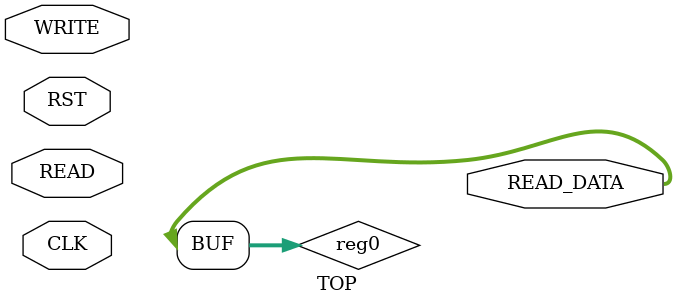
<source format=v>
module TOP(CLK, RST, WRITE, READ, READ_DATA);
  input CLK,RST,WRITE,READ;
  output reg [1:0] READ_DATA;
  reg [4:3] reg0;

/*
  always @(posedge CLK) begin
    if(RST) begin
      reg0[4:3] <= reg0[4:3];
    end
  end
*/

  always @* begin
    READ_DATA[1:0] = reg0[4:3];
  end

endmodule


</source>
